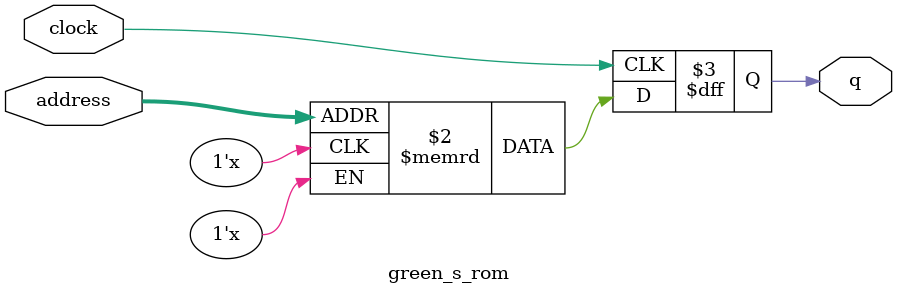
<source format=sv>
module green_s_rom (
	input logic clock,
	input logic [10:0] address,
	output logic [0:0] q
);

logic [0:0] memory [0:1224] /* synthesis ram_init_file = "./green_s/green_s.mif" */;

always_ff @ (posedge clock) begin
	q <= memory[address];
end

endmodule

</source>
